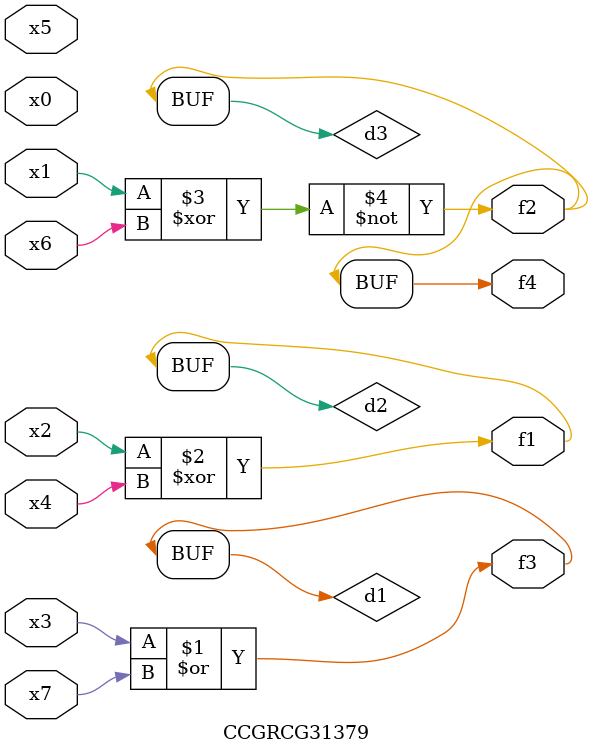
<source format=v>
module CCGRCG31379(
	input x0, x1, x2, x3, x4, x5, x6, x7,
	output f1, f2, f3, f4
);

	wire d1, d2, d3;

	or (d1, x3, x7);
	xor (d2, x2, x4);
	xnor (d3, x1, x6);
	assign f1 = d2;
	assign f2 = d3;
	assign f3 = d1;
	assign f4 = d3;
endmodule

</source>
